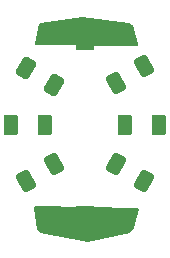
<source format=gbr>
%TF.GenerationSoftware,KiCad,Pcbnew,(7.0.0)*%
%TF.CreationDate,2023-09-10T20:52:24+09:30*%
%TF.ProjectId,ring_mono,72696e67-5f6d-46f6-9e6f-2e6b69636164,rev?*%
%TF.SameCoordinates,Original*%
%TF.FileFunction,Soldermask,Top*%
%TF.FilePolarity,Negative*%
%FSLAX46Y46*%
G04 Gerber Fmt 4.6, Leading zero omitted, Abs format (unit mm)*
G04 Created by KiCad (PCBNEW (7.0.0)) date 2023-09-10 20:52:24*
%MOMM*%
%LPD*%
G01*
G04 APERTURE LIST*
G04 Aperture macros list*
%AMRoundRect*
0 Rectangle with rounded corners*
0 $1 Rounding radius*
0 $2 $3 $4 $5 $6 $7 $8 $9 X,Y pos of 4 corners*
0 Add a 4 corners polygon primitive as box body*
4,1,4,$2,$3,$4,$5,$6,$7,$8,$9,$2,$3,0*
0 Add four circle primitives for the rounded corners*
1,1,$1+$1,$2,$3*
1,1,$1+$1,$4,$5*
1,1,$1+$1,$6,$7*
1,1,$1+$1,$8,$9*
0 Add four rect primitives between the rounded corners*
20,1,$1+$1,$2,$3,$4,$5,0*
20,1,$1+$1,$4,$5,$6,$7,0*
20,1,$1+$1,$6,$7,$8,$9,0*
20,1,$1+$1,$8,$9,$2,$3,0*%
G04 Aperture macros list end*
%ADD10RoundRect,0.250000X0.637260X0.353766X-0.012260X0.728766X-0.637260X-0.353766X0.012260X-0.728766X0*%
%ADD11RoundRect,0.250000X0.375000X0.625000X-0.375000X0.625000X-0.375000X-0.625000X0.375000X-0.625000X0*%
%ADD12RoundRect,0.250000X0.012260X0.728766X-0.637260X0.353766X-0.012260X-0.728766X0.637260X-0.353766X0*%
%ADD13R,1.500000X1.500000*%
%ADD14RoundRect,0.250000X-0.012260X-0.728766X0.637260X-0.353766X0.012260X0.728766X-0.637260X0.353766X0*%
%ADD15RoundRect,0.250000X-0.643337X-0.342590X-0.000461X-0.728869X0.643337X0.342590X0.000461X0.728869X0*%
%ADD16RoundRect,0.250000X-0.375000X-0.625000X0.375000X-0.625000X0.375000X0.625000X-0.375000X0.625000X0*%
G04 APERTURE END LIST*
D10*
%TO.C,D5*%
X141928436Y-87568000D03*
X139503564Y-86168000D03*
%TD*%
D11*
%TO.C,D4*%
X143132000Y-82804000D03*
X140332000Y-82804000D03*
%TD*%
D12*
%TO.C,D1*%
X141928436Y-77862200D03*
X139503564Y-79262200D03*
%TD*%
D13*
%TO.C,TP1*%
X136880599Y-75691999D03*
%TD*%
%TO.C,TP2*%
X136880599Y-90423999D03*
%TD*%
D14*
%TO.C,D6*%
X131883564Y-87568000D03*
X134308436Y-86168000D03*
%TD*%
D15*
%TO.C,D2*%
X131895966Y-78018947D03*
X134296034Y-79461053D03*
%TD*%
D16*
%TO.C,D3*%
X130680000Y-82804000D03*
X133480000Y-82804000D03*
%TD*%
G36*
X141325181Y-89837616D02*
G01*
X141378335Y-89850431D01*
X141420809Y-89884861D01*
X141444347Y-89934211D01*
X141444371Y-89988888D01*
X141093800Y-91543082D01*
X141060520Y-91603478D01*
X140741893Y-91922106D01*
X140713470Y-91943349D01*
X140680194Y-91955672D01*
X137184354Y-92704781D01*
X137135520Y-92705410D01*
X133133703Y-91955069D01*
X133098704Y-91942871D01*
X133068874Y-91920874D01*
X132909873Y-91761873D01*
X132886701Y-91729759D01*
X132874836Y-91691977D01*
X132608847Y-89856648D01*
X132612684Y-89803604D01*
X132638388Y-89757045D01*
X132681233Y-89725537D01*
X132733336Y-89714876D01*
X141325181Y-89837616D01*
G37*
G36*
X140673782Y-74162722D02*
G01*
X140712882Y-74174373D01*
X140746083Y-74198083D01*
X140910496Y-74362496D01*
X140941619Y-74414658D01*
X141404619Y-75963314D01*
X141407894Y-76020576D01*
X141385050Y-76073187D01*
X141340975Y-76109889D01*
X141285098Y-76122831D01*
X132811489Y-76073851D01*
X132759243Y-76061973D01*
X132716886Y-76029163D01*
X132692324Y-75981545D01*
X132690145Y-75928011D01*
X132978425Y-74317033D01*
X132990570Y-74281478D01*
X133012806Y-74251193D01*
X133066774Y-74197226D01*
X133099000Y-74173999D01*
X133136918Y-74162154D01*
X136635564Y-73662348D01*
X136668480Y-73662060D01*
X140673782Y-74162722D01*
G37*
M02*

</source>
